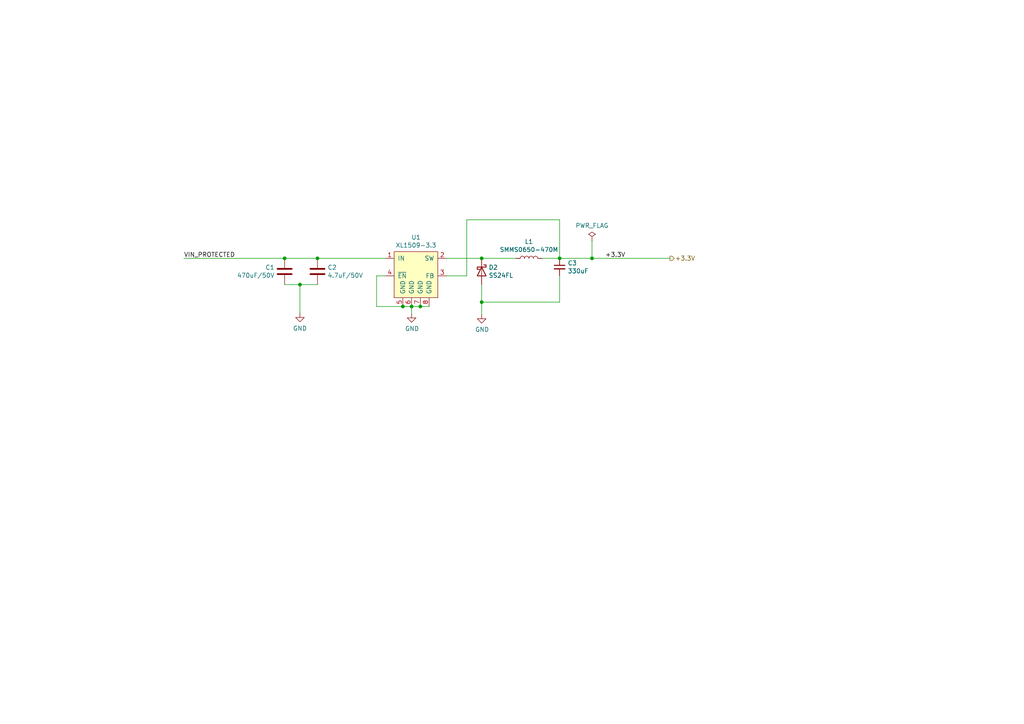
<source format=kicad_sch>
(kicad_sch (version 20230121) (generator eeschema)
  (paper "A4")
  (lib_symbols
    (symbol "Device:C" (pin_numbers hide) (pin_names (offset 0.254))
      (property "Reference" "C" (at 0.635 2.54 0))
      (property "Value" "C" (at 0.635 -2.54 0))
      (symbol "C_0_1"
        (polyline (pts (xy -2.032 -0.762) (xy 2.032 -0.762)) (stroke (width 0.508)))
        (polyline (pts (xy -2.032 0.762) (xy 2.032 0.762)) (stroke (width 0.508)))
      )
      (symbol "C_1_1"
        (pin passive line (at 0 3.81 270) (length 2.794) (name "~") (number "1"))
        (pin passive line (at 0 -3.81 90) (length 2.794) (name "~") (number "2"))
      )
    )
    (symbol "Device:C_Small" (pin_numbers hide) (pin_names (offset 0.254) hide)
      (property "Reference" "C" (at 0.254 1.778 0))
      (property "Value" "C_Small" (at 0.254 -2.032 0))
      (symbol "C_Small_0_1"
        (polyline (pts (xy -1.524 -0.508) (xy 1.524 -0.508)) (stroke (width 0.3302)))
        (polyline (pts (xy -1.524 0.508) (xy 1.524 0.508)) (stroke (width 0.3048)))
      )
      (symbol "C_Small_1_1"
        (pin passive line (at 0 2.54 270) (length 2.032) (name "~") (number "1"))
        (pin passive line (at 0 -2.54 90) (length 2.032) (name "~") (number "2"))
      )
    )
    (symbol "Device:D_Schottky" (pin_numbers hide) (pin_names (offset 1.016) hide)
      (property "Reference" "D" (at 0 2.54 0))
      (property "Value" "D_Schottky" (at 0 -2.54 0))
      (symbol "D_Schottky_0_1"
        (polyline (pts (xy 1.27 0) (xy -1.27 0)))
        (polyline (pts (xy 1.27 1.27) (xy 1.27 -1.27) (xy -1.27 0) (xy 1.27 1.27)) (stroke (width 0.254)))
        (polyline (pts (xy -1.905 0.635) (xy -1.905 1.27) (xy -1.27 1.27) (xy -1.27 -1.27) (xy -0.635 -1.27) (xy -0.635 -0.635)) (stroke (width 0.254)))
      )
      (symbol "D_Schottky_1_1"
        (pin passive line (at -3.81 0 0) (length 2.54) (name "K") (number "1"))
        (pin passive line (at 3.81 0 180) (length 2.54) (name "A") (number "2"))
      )
    )
    (symbol "Device:L" (pin_numbers hide) (pin_names (offset 1.016) hide)
      (property "Reference" "L" (at -1.27 0 90))
      (property "Value" "L" (at 1.905 0 90))
      (symbol "L_0_1"
        (arc (start 0 -2.54) (mid 0.6323 -1.905) (end 0 -1.27))
        (arc (start 0 -1.27) (mid 0.6323 -0.635) (end 0 0))
        (arc (start 0 0) (mid 0.6323 0.635) (end 0 1.27))
        (arc (start 0 1.27) (mid 0.6323 1.905) (end 0 2.54))
      )
      (symbol "L_1_1"
        (pin passive line (at 0 3.81 270) (length 1.27) (name "1") (number "1"))
        (pin passive line (at 0 -3.81 90) (length 1.27) (name "2") (number "2"))
      )
    )
    (symbol "SH-ESP32:XL1509-ADJE1" (pin_names (offset 1.016))
      (property "Reference" "U" (at 1.27 10.795 0))
      (property "Value" "XL1509-ADJE1" (at 7.62 8.89 0))
      (symbol "XL1509-ADJE1_0_1"
        (rectangle (start -6.35 6.985) (end 6.35 -6.35) (fill (type background)))
      )
      (symbol "XL1509-ADJE1_1_1"
        (pin power_in line (at -8.89 5.08 0) (length 2.54) (name "IN") (number "1"))
        (pin power_out line (at 8.89 5.08 180) (length 2.54) (name "SW") (number "2"))
        (pin input line (at 8.89 0 180) (length 2.54) (name "FB") (number "3"))
        (pin input line (at -8.89 0 0) (length 2.54) (name "~{EN}") (number "4"))
        (pin power_in line (at -3.81 -8.89 90) (length 2.54) (name "GND") (number "5"))
        (pin power_in line (at -1.27 -8.89 90) (length 2.54) (name "GND") (number "6"))
        (pin power_in line (at 1.27 -8.89 90) (length 2.54) (name "GND") (number "7"))
        (pin power_in line (at 3.81 -8.89 90) (length 2.54) (name "GND") (number "8"))
      )
    )
    (symbol "power:GND" (power) (pin_names (offset 0))
      (property "Value" "GND" (at 0 -3.81 0))
      (symbol "GND_0_1"
        (polyline (pts (xy 0 0) (xy 0 -1.27) (xy 1.27 -1.27) (xy 0 -2.54) (xy -1.27 -1.27) (xy 0 -1.27)))
      )
      (symbol "GND_1_1"
        (pin power_in line (at 0 0 270) (length 0) hide (name "GND") (number "1"))
      )
    )
    (symbol "power:PWR_FLAG" (power) (pin_numbers hide) (pin_names (offset 0) hide)
      (property "Value" "PWR_FLAG" (at 0 3.81 0))
      (symbol "PWR_FLAG_0_0"
        (pin power_out line (at 0 0 90) (length 0) (name "pwr") (number "1"))
      )
      (symbol "PWR_FLAG_0_1"
        (polyline (pts (xy 0 0) (xy 0 1.27) (xy -1.016 1.905) (xy 0 2.54) (xy 1.016 1.905) (xy 0 1.27)))
      )
    )
  )
  (junction (at 119.38 88.9))
  (junction (at 92.075 74.93))
  (junction (at 86.995 82.55))
  (junction (at 139.7 87.63))
  (junction (at 162.306 74.93))
  (junction (at 82.55 74.93))
  (junction (at 121.92 88.9))
  (junction (at 139.7 74.93))
  (junction (at 171.704 74.93))
  (junction (at 116.84 88.9))
  (wire (pts (xy 82.55 74.93) (xy 92.075 74.93)))
  (wire (pts (xy 121.92 88.9) (xy 119.38 88.9)))
  (wire (pts (xy 139.7 87.63) (xy 162.306 87.63)))
  (wire (pts (xy 124.46 88.9) (xy 121.92 88.9)))
  (wire (pts (xy 82.55 82.55) (xy 86.995 82.55)))
  (wire (pts (xy 157.226 74.93) (xy 162.306 74.93)))
  (wire (pts (xy 53.34 74.93) (xy 82.55 74.93)))
  (wire (pts (xy 171.704 69.85) (xy 171.704 74.93)))
  (wire (pts (xy 162.306 80.01) (xy 162.306 87.63)))
  (wire (pts (xy 119.38 88.9) (xy 119.38 90.932)))
  (wire (pts (xy 139.7 74.93) (xy 149.606 74.93)))
  (wire (pts (xy 92.075 82.55) (xy 86.995 82.55)))
  (wire (pts (xy 129.54 80.01) (xy 135.382 80.01)))
  (wire (pts (xy 135.382 63.754) (xy 162.306 63.754)))
  (wire (pts (xy 109.22 88.9) (xy 109.22 80.01)))
  (wire (pts (xy 86.995 82.55) (xy 86.995 90.805)))
  (wire (pts (xy 139.7 82.55) (xy 139.7 87.63)))
  (wire (pts (xy 109.22 88.9) (xy 116.84 88.9)))
  (wire (pts (xy 139.7 87.63) (xy 139.7 91.186)))
  (wire (pts (xy 162.306 74.93) (xy 171.704 74.93)))
  (wire (pts (xy 162.306 63.754) (xy 162.306 74.93)))
  (wire (pts (xy 135.382 80.01) (xy 135.382 63.754)))
  (wire (pts (xy 119.38 88.9) (xy 116.84 88.9)))
  (wire (pts (xy 92.075 74.93) (xy 111.76 74.93)))
  (wire (pts (xy 171.704 74.93) (xy 194.31 74.93)))
  (wire (pts (xy 129.54 74.93) (xy 139.7 74.93)))
  (wire (pts (xy 109.22 80.01) (xy 111.76 80.01)))
  (label "+3.3V" (at 175.514 74.93 0))
  (label "VIN_PROTECTED" (at 53.34 74.93 0))
  (hierarchical_label "+3.3V" (shape output) (at 194.31 74.93 0))
  (symbol (lib_id "power:PWR_FLAG") (at 171.704 69.85 0) (unit 1)
    (property "Reference" "#FLG02" (effects hide))
    (property "Value" "PWR_FLAG" (at 171.704 65.4304 0))
    (instances (project "esp32-multitool" (path "" (reference "#FLG02") (unit 1)) (path "" (reference "#FLG06") (unit 1))))
  )
  (symbol (lib_id "Device:C") (at 92.075 78.74 0) (unit 1)
    (property "Reference" "C2" (at 94.996 77.5716 0) (effects (justify left)))
    (property "Value" "4.7uF/50V" (at 94.996 79.883 0) (effects (justify left)))
    (property "Footprint" "Capacitor_SMD:C_1206_3216Metric" (effects hide))
    (property "Notes" "50V" (effects hide))
    (property "LCSC" "C29823" (effects hide))
    (instances (project "esp32-multitool" (path "" (reference "C2") (unit 1)) (path "" (reference "C12") (unit 1))))
  )
  (symbol (lib_id "Device:C") (at 82.55 78.74 0) (mirror x) (unit 1)
    (property "Reference" "C1" (at 79.6544 77.5716 0) (effects (justify right)))
    (property "Value" "470uF/50V" (at 79.6544 79.883 0) (effects (justify right)))
    (property "Footprint" "Capacitor_SMD:C_0805_2012Metric" (effects hide))
    (property "LCSC" "C13967" (effects hide))
    (instances (project "esp32-multitool" (path "" (reference "C1") (unit 1)) (path "" (reference "C11") (unit 1))))
  )
  (symbol (lib_id "SH-ESP32:XL1509-ADJE1") (at 120.65 80.01 0) (unit 1)
    (property "Reference" "U1" (at 120.65 68.834 0))
    (property "Value" "XL1509-3.3" (at 120.65 71.1454 0))
    (property "Footprint" "Package_SO:SOP-8_3.9x4.9mm_P1.27mm" (effects hide))
    (property "Datasheet" "https://datasheet.lcsc.com/lcsc/1809050422_XLSEMI-XL1509-5-0E1_C61063.pdf" (effects hide))
    (property "LCSC" "C2681226" (effects hide))
    (instances (project "esp32-multitool" (path "" (reference "U1") (unit 1)) (path "" (reference "U10") (unit 1))))
  )
  (symbol (lib_id "Device:C_Small") (at 162.306 77.47 0) (unit 1)
    (property "Reference" "C3" (at 164.6428 76.3016 0) (effects (justify left)))
    (property "Value" "330uF" (at 164.6428 78.613 0) (effects (justify left)))
    (property "Footprint" "Capacitor_SMD:C_0402_1005Metric" (effects hide))
    (property "LCSC" "C1532" (effects hide))
    (instances (project "esp32-multitool" (path "" (reference "C3") (unit 1)) (path "" (reference "C13") (unit 1))))
  )
  (symbol (lib_id "power:GND") (at 139.7 91.186 0) (unit 1)
    (property "Reference" "#PWR07" (effects hide))
    (property "Value" "GND" (at 139.827 95.5802 0))
    (instances (project "esp32-multitool" (path "" (reference "#PWR07") (unit 1)) (path "" (reference "#PWR042") (unit 1))))
  )
  (symbol (lib_id "Device:L") (at 153.416 74.93 90) (unit 1)
    (property "Reference" "L1" (at 153.416 70.104 90))
    (property "Value" "SMMS0650-470M" (at 153.416 72.4154 90))
    (property "Footprint" "SH-ESP32:SMMS0650-1R0M" (effects hide))
    (property "LCSC" "C149588" (effects hide))
    (instances (project "esp32-multitool" (path "" (reference "L1") (unit 1)) (path "" (reference "L3") (unit 1))))
  )
  (symbol (lib_id "Device:D_Schottky") (at 139.7 78.74 270) (unit 1)
    (property "Reference" "D2" (at 141.7066 77.5716 90) (effects (justify left)))
    (property "Value" "SS24FL" (at 141.7066 79.883 90) (effects (justify left)))
    (property "Footprint" "Diode_SMD:D_SOD-123F" (effects hide))
    (property "LCSC" "C489144" (effects hide))
    (instances (project "esp32-multitool" (path "" (reference "D2") (unit 1)) (path "" (reference "D16") (unit 1))))
  )
  (symbol (lib_id "power:GND") (at 86.995 90.805 0) (unit 1)
    (property "Reference" "#PWR05" (effects hide))
    (property "Value" "GND" (at 86.995 95.25 0))
    (instances (project "esp32-multitool" (path "" (reference "#PWR05") (unit 1)) (path "" (reference "#PWR03") (unit 1))))
  )
  (symbol (lib_id "power:GND") (at 119.38 90.932 0) (unit 1)
    (property "Reference" "#PWR06" (effects hide))
    (property "Value" "GND" (at 119.507 95.3262 0))
    (instances (project "esp32-multitool" (path "" (reference "#PWR06") (unit 1)) (path "" (reference "#PWR041") (unit 1))))
  )
)
</source>
